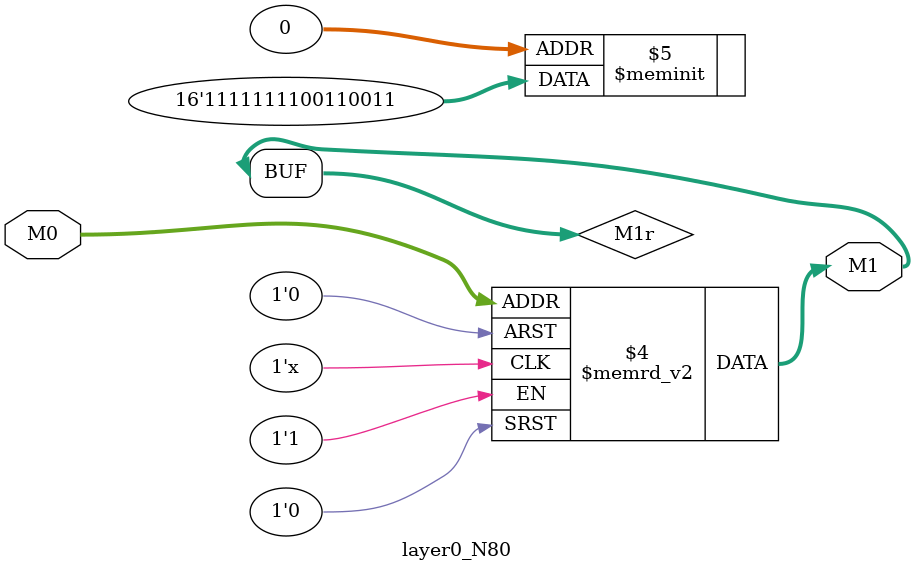
<source format=v>
module layer0_N80 ( input [2:0] M0, output [1:0] M1 );

	(*rom_style = "distributed" *) reg [1:0] M1r;
	assign M1 = M1r;
	always @ (M0) begin
		case (M0)
			3'b000: M1r = 2'b11;
			3'b100: M1r = 2'b11;
			3'b010: M1r = 2'b11;
			3'b110: M1r = 2'b11;
			3'b001: M1r = 2'b00;
			3'b101: M1r = 2'b11;
			3'b011: M1r = 2'b00;
			3'b111: M1r = 2'b11;

		endcase
	end
endmodule

</source>
